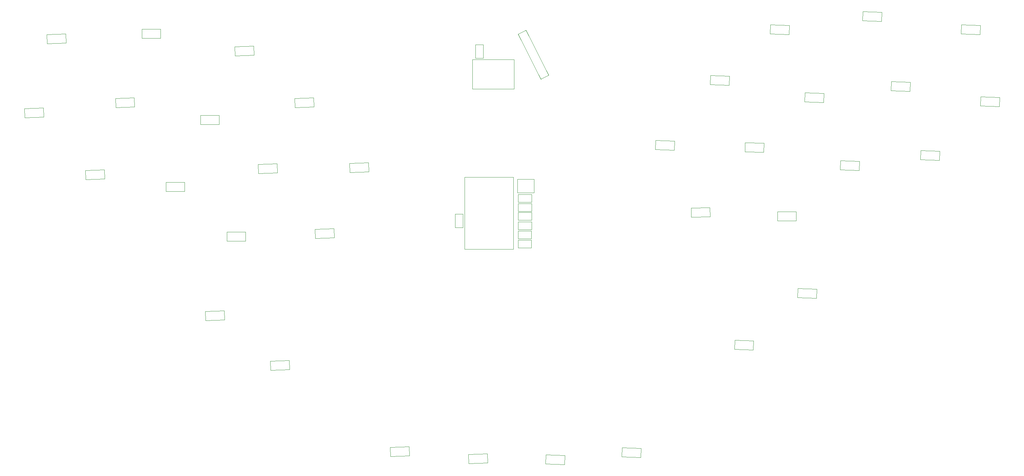
<source format=gbr>
%TF.GenerationSoftware,KiCad,Pcbnew,(6.0.4)*%
%TF.CreationDate,2022-10-17T18:10:13+02:00*%
%TF.ProjectId,Batreeq,42617472-6565-4712-9e6b-696361645f70,rev?*%
%TF.SameCoordinates,Original*%
%TF.FileFunction,Other,User*%
%FSLAX46Y46*%
G04 Gerber Fmt 4.6, Leading zero omitted, Abs format (unit mm)*
G04 Created by KiCad (PCBNEW (6.0.4)) date 2022-10-17 18:10:13*
%MOMM*%
%LPD*%
G01*
G04 APERTURE LIST*
%ADD10C,0.120000*%
%ADD11C,0.050000*%
G04 APERTURE END LIST*
D10*
%TO.C,U5*%
X157096631Y-53595628D02*
X162816911Y-64822310D01*
X162816911Y-64822310D02*
X164777125Y-63823531D01*
X164777125Y-63823531D02*
X159056844Y-52596849D01*
X159056844Y-52596849D02*
X157096631Y-53595628D01*
D11*
%TO.C,D29*%
X228774643Y-70549364D02*
X233471780Y-70713391D01*
X233471780Y-70713391D02*
X233552049Y-68414792D01*
X228774643Y-70549364D02*
X228854912Y-68250765D01*
X233552049Y-68414792D02*
X228854912Y-68250765D01*
%TO.C,C4*%
X160481275Y-95674077D02*
X160481275Y-93714077D01*
X157081275Y-93714077D02*
X157081275Y-95674077D01*
X160481275Y-93714077D02*
X157081275Y-93714077D01*
X157081275Y-95674077D02*
X160481275Y-95674077D01*
%TO.C,D15*%
X84287344Y-105430078D02*
X88987344Y-105430078D01*
X88987344Y-103130078D02*
X84287344Y-103130078D01*
X84287344Y-105430078D02*
X84287344Y-103130078D01*
X88987344Y-105430078D02*
X88987344Y-103130078D01*
%TO.C,D3*%
X39370910Y-55981392D02*
X39290641Y-53682793D01*
X44068047Y-55817365D02*
X43987778Y-53518766D01*
X43987778Y-53518766D02*
X39290641Y-53682793D01*
X39370910Y-55981392D02*
X44068047Y-55817365D01*
%TO.C,D23*%
X237664643Y-87567363D02*
X242361780Y-87731390D01*
X242442049Y-85432791D02*
X237744912Y-85268764D01*
X237664643Y-87567363D02*
X237744912Y-85268764D01*
X242361780Y-87731390D02*
X242442049Y-85432791D01*
%TO.C,U2*%
X156099347Y-59940078D02*
X156099347Y-67340078D01*
X156099347Y-67340078D02*
X145699347Y-67340078D01*
X145699347Y-59940078D02*
X156099347Y-59940078D01*
X145699347Y-67340078D02*
X145699347Y-59940078D01*
%TO.C,D10*%
X69047345Y-92984079D02*
X73747345Y-92984079D01*
X73747345Y-90684079D02*
X69047345Y-90684079D01*
X69047345Y-92984079D02*
X69047345Y-90684079D01*
X73747345Y-92984079D02*
X73747345Y-90684079D01*
%TO.C,D9*%
X96900047Y-88329365D02*
X96819778Y-86030766D01*
X92202910Y-88493392D02*
X92122641Y-86194793D01*
X92202910Y-88493392D02*
X96900047Y-88329365D01*
X96819778Y-86030766D02*
X92122641Y-86194793D01*
%TO.C,D22*%
X168701780Y-161391391D02*
X168782049Y-159092792D01*
X168782049Y-159092792D02*
X164084912Y-158928765D01*
X164004643Y-161227364D02*
X168701780Y-161391391D01*
X164004643Y-161227364D02*
X164084912Y-158928765D01*
%TO.C,R1*%
X157101273Y-105174078D02*
X157101273Y-107074078D01*
X160461273Y-105174078D02*
X157101273Y-105174078D01*
X160461273Y-107074078D02*
X160461273Y-105174078D01*
X157101273Y-107074078D02*
X160461273Y-107074078D01*
%TO.C,R2*%
X160461276Y-102888079D02*
X157101276Y-102888079D01*
X157101276Y-104788079D02*
X160461276Y-104788079D01*
X160461276Y-104788079D02*
X160461276Y-102888079D01*
X157101276Y-102888079D02*
X157101276Y-104788079D01*
%TO.C,D19*%
X205085055Y-99292890D02*
X205044915Y-96993240D01*
X205044915Y-96993240D02*
X200345631Y-97075266D01*
X200385771Y-99374916D02*
X205085055Y-99292890D01*
X200385771Y-99374916D02*
X200345631Y-97075266D01*
%TO.C,D21*%
X215894765Y-132696064D02*
X215975034Y-130397465D01*
X211197628Y-132532037D02*
X211277897Y-130233438D01*
X215975034Y-130397465D02*
X211277897Y-130233438D01*
X211197628Y-132532037D02*
X215894765Y-132696064D01*
%TO.C,D27*%
X183054640Y-159449365D02*
X183134909Y-157150766D01*
X187832046Y-157314793D02*
X183134909Y-157150766D01*
X187751777Y-159613392D02*
X187832046Y-157314793D01*
X183054640Y-159449365D02*
X187751777Y-159613392D01*
%TO.C,R3*%
X143280000Y-98678000D02*
X141380000Y-98678000D01*
X141380000Y-98678000D02*
X141380000Y-102038000D01*
X143280000Y-102038000D02*
X143280000Y-98678000D01*
X141380000Y-102038000D02*
X143280000Y-102038000D01*
%TO.C,D16*%
X99867779Y-135306766D02*
X95170642Y-135470793D01*
X95250911Y-137769392D02*
X99948048Y-137605365D01*
X95250911Y-137769392D02*
X95170642Y-135470793D01*
X99948048Y-137605365D02*
X99867779Y-135306766D01*
%TO.C,D24*%
X205152642Y-66231362D02*
X209849779Y-66395389D01*
X209849779Y-66395389D02*
X209930048Y-64096790D01*
X205152642Y-66231362D02*
X205232911Y-63932763D01*
X209930048Y-64096790D02*
X205232911Y-63932763D01*
%TO.C,D17*%
X149478048Y-160973364D02*
X149397779Y-158674765D01*
X144780911Y-161137391D02*
X149478048Y-160973364D01*
X144780911Y-161137391D02*
X144700642Y-158838792D01*
X149397779Y-158674765D02*
X144700642Y-158838792D01*
%TO.C,D30*%
X257730643Y-85027365D02*
X262427780Y-85191392D01*
X262427780Y-85191392D02*
X262508049Y-82892793D01*
X262508049Y-82892793D02*
X257810912Y-82728766D01*
X257730643Y-85027365D02*
X257810912Y-82728766D01*
%TO.C,D7*%
X38480049Y-74359364D02*
X38399780Y-72060765D01*
X38399780Y-72060765D02*
X33702643Y-72224792D01*
X33782912Y-74523391D02*
X33702643Y-72224792D01*
X33782912Y-74523391D02*
X38480049Y-74359364D01*
%TO.C,D25*%
X218547056Y-80819266D02*
X213847772Y-80737240D01*
X213807632Y-83036890D02*
X213847772Y-80737240D01*
X218506916Y-83118916D02*
X218547056Y-80819266D01*
X213807632Y-83036890D02*
X218506916Y-83118916D01*
%TO.C,D20*%
X221955344Y-100350079D02*
X221955344Y-98050079D01*
X226655344Y-100350079D02*
X226655344Y-98050079D01*
X226655344Y-98050079D02*
X221955344Y-98050079D01*
X221955344Y-100350079D02*
X226655344Y-100350079D01*
%TO.C,D6*%
X49022912Y-90017390D02*
X53720049Y-89853363D01*
X49022912Y-90017390D02*
X48942643Y-87718791D01*
X53720049Y-89853363D02*
X53639780Y-87554764D01*
X53639780Y-87554764D02*
X48942643Y-87718791D01*
%TO.C,D14*%
X111043778Y-102286766D02*
X106346641Y-102450793D01*
X106426910Y-104749392D02*
X111124047Y-104585365D01*
X111124047Y-104585365D02*
X111043778Y-102286766D01*
X106426910Y-104749392D02*
X106346641Y-102450793D01*
%TO.C,D34*%
X267890643Y-53531364D02*
X272587780Y-53695391D01*
X272668049Y-51396792D02*
X267970912Y-51232765D01*
X267890643Y-53531364D02*
X267970912Y-51232765D01*
X272587780Y-53695391D02*
X272668049Y-51396792D01*
%TO.C,D5*%
X82383344Y-73920078D02*
X77683344Y-73920078D01*
X77683344Y-76220078D02*
X77683344Y-73920078D01*
X82383344Y-76220078D02*
X82383344Y-73920078D01*
X77683344Y-76220078D02*
X82383344Y-76220078D01*
%TO.C,C3*%
X160481276Y-96000079D02*
X157081276Y-96000079D01*
X157081276Y-97960079D02*
X160481276Y-97960079D01*
X160481276Y-97960079D02*
X160481276Y-96000079D01*
X157081276Y-96000079D02*
X157081276Y-97960079D01*
%TO.C,D2*%
X56509648Y-71983391D02*
X61206785Y-71819364D01*
X61206785Y-71819364D02*
X61126516Y-69520765D01*
X56509648Y-71983391D02*
X56429379Y-69684792D01*
X61126516Y-69520765D02*
X56429379Y-69684792D01*
%TO.C,D18*%
X191436644Y-82487364D02*
X191516913Y-80188765D01*
X196133781Y-82651391D02*
X196214050Y-80352792D01*
X196214050Y-80352792D02*
X191516913Y-80188765D01*
X191436644Y-82487364D02*
X196133781Y-82651391D01*
%TO.C,D12*%
X129839780Y-156896765D02*
X125142643Y-157060792D01*
X125222912Y-159359391D02*
X125142643Y-157060792D01*
X129920049Y-159195364D02*
X129839780Y-156896765D01*
X125222912Y-159359391D02*
X129920049Y-159195364D01*
%TO.C,D1*%
X63018000Y-54645000D02*
X63018000Y-52345000D01*
X63018000Y-54645000D02*
X67718000Y-54645000D01*
X67718000Y-52345000D02*
X63018000Y-52345000D01*
X67718000Y-54645000D02*
X67718000Y-52345000D01*
%TO.C,U4*%
X143747347Y-89412077D02*
X155939347Y-89412077D01*
X155939347Y-89412077D02*
X155939347Y-107446077D01*
X155939347Y-107446077D02*
X143747347Y-107446077D01*
X143747347Y-107446077D02*
X143747347Y-89412077D01*
%TO.C,D32*%
X243252641Y-50229364D02*
X247949778Y-50393391D01*
X247949778Y-50393391D02*
X248030047Y-48094792D01*
X248030047Y-48094792D02*
X243332910Y-47930765D01*
X243252641Y-50229364D02*
X243332910Y-47930765D01*
%TO.C,D4*%
X86360912Y-59029390D02*
X91058049Y-58865363D01*
X90977780Y-56566764D02*
X86280643Y-56730791D01*
X86360912Y-59029390D02*
X86280643Y-56730791D01*
X91058049Y-58865363D02*
X90977780Y-56566764D01*
%TO.C,D28*%
X220138642Y-53531365D02*
X220218911Y-51232766D01*
X224916048Y-51396793D02*
X220218911Y-51232766D01*
X224835779Y-53695392D02*
X224916048Y-51396793D01*
X220138642Y-53531365D02*
X224835779Y-53695392D01*
%TO.C,D26*%
X231693779Y-119735392D02*
X231774048Y-117436793D01*
X231774048Y-117436793D02*
X227076911Y-117272766D01*
X226996642Y-119571365D02*
X231693779Y-119735392D01*
X226996642Y-119571365D02*
X227076911Y-117272766D01*
%TO.C,U3*%
X161085273Y-93346077D02*
X156985273Y-93346077D01*
X156985273Y-89946077D02*
X161085273Y-89946077D01*
X156985273Y-93346077D02*
X156985273Y-89946077D01*
X161085273Y-89946077D02*
X161085273Y-93346077D01*
%TO.C,D31*%
X277494049Y-69430793D02*
X272796912Y-69266766D01*
X272716643Y-71565365D02*
X272796912Y-69266766D01*
X277413780Y-71729392D02*
X277494049Y-69430793D01*
X272716643Y-71565365D02*
X277413780Y-71729392D01*
%TO.C,D13*%
X115062908Y-88239390D02*
X119760045Y-88075363D01*
X119679776Y-85776764D02*
X114982639Y-85940791D01*
X115062908Y-88239390D02*
X114982639Y-85940791D01*
X119760045Y-88075363D02*
X119679776Y-85776764D01*
%TO.C,C5*%
X148390000Y-56240000D02*
X146430000Y-56240000D01*
X146430000Y-59640000D02*
X148390000Y-59640000D01*
X146430000Y-56240000D02*
X146430000Y-59640000D01*
X148390000Y-59640000D02*
X148390000Y-56240000D01*
%TO.C,C1*%
X160481275Y-100572078D02*
X157081275Y-100572078D01*
X157081275Y-100572078D02*
X157081275Y-102532078D01*
X157081275Y-102532078D02*
X160481275Y-102532078D01*
X160481275Y-102532078D02*
X160481275Y-100572078D01*
%TO.C,D8*%
X106044047Y-71819364D02*
X105963778Y-69520765D01*
X101346910Y-71983391D02*
X101266641Y-69684792D01*
X101346910Y-71983391D02*
X106044047Y-71819364D01*
X105963778Y-69520765D02*
X101266641Y-69684792D01*
%TO.C,C2*%
X160481274Y-98205257D02*
X157081274Y-98205257D01*
X160481274Y-100165257D02*
X160481274Y-98205257D01*
X157081274Y-98205257D02*
X157081274Y-100165257D01*
X157081274Y-100165257D02*
X160481274Y-100165257D01*
%TO.C,D11*%
X78994913Y-125323390D02*
X78914644Y-123024791D01*
X83692050Y-125159363D02*
X83611781Y-122860764D01*
X78994913Y-125323390D02*
X83692050Y-125159363D01*
X83611781Y-122860764D02*
X78914644Y-123024791D01*
%TO.C,D33*%
X255142046Y-65620793D02*
X250444909Y-65456766D01*
X250364640Y-67755365D02*
X250444909Y-65456766D01*
X250364640Y-67755365D02*
X255061777Y-67919392D01*
X255061777Y-67919392D02*
X255142046Y-65620793D01*
%TD*%
M02*

</source>
